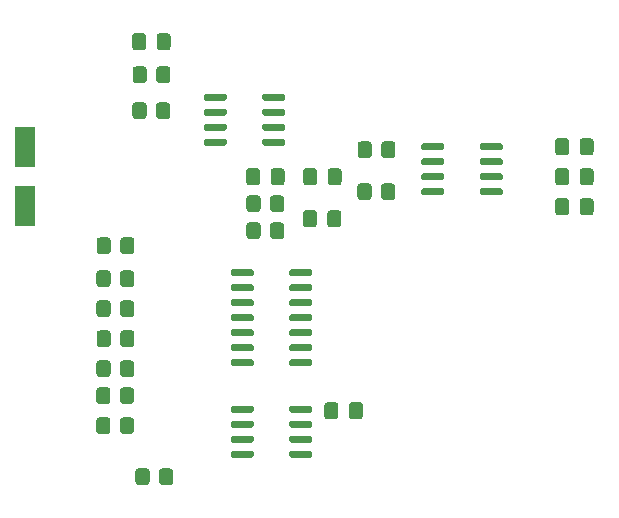
<source format=gbr>
%TF.GenerationSoftware,KiCad,Pcbnew,5.1.9-73d0e3b20d~88~ubuntu20.04.1*%
%TF.CreationDate,2021-04-18T23:12:54+02:00*%
%TF.ProjectId,interrupter,696e7465-7272-4757-9074-65722e6b6963,rev?*%
%TF.SameCoordinates,Original*%
%TF.FileFunction,Paste,Top*%
%TF.FilePolarity,Positive*%
%FSLAX46Y46*%
G04 Gerber Fmt 4.6, Leading zero omitted, Abs format (unit mm)*
G04 Created by KiCad (PCBNEW 5.1.9-73d0e3b20d~88~ubuntu20.04.1) date 2021-04-18 23:12:54*
%MOMM*%
%LPD*%
G01*
G04 APERTURE LIST*
%ADD10R,1.800000X3.500000*%
G04 APERTURE END LIST*
D10*
%TO.C,D1*%
X175768000Y-86400000D03*
X175768000Y-91400000D03*
%TD*%
%TO.C,U5*%
G36*
G01*
X214225000Y-86510000D02*
X214225000Y-86210000D01*
G75*
G02*
X214375000Y-86060000I150000J0D01*
G01*
X216025000Y-86060000D01*
G75*
G02*
X216175000Y-86210000I0J-150000D01*
G01*
X216175000Y-86510000D01*
G75*
G02*
X216025000Y-86660000I-150000J0D01*
G01*
X214375000Y-86660000D01*
G75*
G02*
X214225000Y-86510000I0J150000D01*
G01*
G37*
G36*
G01*
X214225000Y-87780000D02*
X214225000Y-87480000D01*
G75*
G02*
X214375000Y-87330000I150000J0D01*
G01*
X216025000Y-87330000D01*
G75*
G02*
X216175000Y-87480000I0J-150000D01*
G01*
X216175000Y-87780000D01*
G75*
G02*
X216025000Y-87930000I-150000J0D01*
G01*
X214375000Y-87930000D01*
G75*
G02*
X214225000Y-87780000I0J150000D01*
G01*
G37*
G36*
G01*
X214225000Y-89050000D02*
X214225000Y-88750000D01*
G75*
G02*
X214375000Y-88600000I150000J0D01*
G01*
X216025000Y-88600000D01*
G75*
G02*
X216175000Y-88750000I0J-150000D01*
G01*
X216175000Y-89050000D01*
G75*
G02*
X216025000Y-89200000I-150000J0D01*
G01*
X214375000Y-89200000D01*
G75*
G02*
X214225000Y-89050000I0J150000D01*
G01*
G37*
G36*
G01*
X214225000Y-90320000D02*
X214225000Y-90020000D01*
G75*
G02*
X214375000Y-89870000I150000J0D01*
G01*
X216025000Y-89870000D01*
G75*
G02*
X216175000Y-90020000I0J-150000D01*
G01*
X216175000Y-90320000D01*
G75*
G02*
X216025000Y-90470000I-150000J0D01*
G01*
X214375000Y-90470000D01*
G75*
G02*
X214225000Y-90320000I0J150000D01*
G01*
G37*
G36*
G01*
X209275000Y-90320000D02*
X209275000Y-90020000D01*
G75*
G02*
X209425000Y-89870000I150000J0D01*
G01*
X211075000Y-89870000D01*
G75*
G02*
X211225000Y-90020000I0J-150000D01*
G01*
X211225000Y-90320000D01*
G75*
G02*
X211075000Y-90470000I-150000J0D01*
G01*
X209425000Y-90470000D01*
G75*
G02*
X209275000Y-90320000I0J150000D01*
G01*
G37*
G36*
G01*
X209275000Y-89050000D02*
X209275000Y-88750000D01*
G75*
G02*
X209425000Y-88600000I150000J0D01*
G01*
X211075000Y-88600000D01*
G75*
G02*
X211225000Y-88750000I0J-150000D01*
G01*
X211225000Y-89050000D01*
G75*
G02*
X211075000Y-89200000I-150000J0D01*
G01*
X209425000Y-89200000D01*
G75*
G02*
X209275000Y-89050000I0J150000D01*
G01*
G37*
G36*
G01*
X209275000Y-87780000D02*
X209275000Y-87480000D01*
G75*
G02*
X209425000Y-87330000I150000J0D01*
G01*
X211075000Y-87330000D01*
G75*
G02*
X211225000Y-87480000I0J-150000D01*
G01*
X211225000Y-87780000D01*
G75*
G02*
X211075000Y-87930000I-150000J0D01*
G01*
X209425000Y-87930000D01*
G75*
G02*
X209275000Y-87780000I0J150000D01*
G01*
G37*
G36*
G01*
X209275000Y-86510000D02*
X209275000Y-86210000D01*
G75*
G02*
X209425000Y-86060000I150000J0D01*
G01*
X211075000Y-86060000D01*
G75*
G02*
X211225000Y-86210000I0J-150000D01*
G01*
X211225000Y-86510000D01*
G75*
G02*
X211075000Y-86660000I-150000J0D01*
G01*
X209425000Y-86660000D01*
G75*
G02*
X209275000Y-86510000I0J150000D01*
G01*
G37*
%TD*%
%TO.C,U4*%
G36*
G01*
X198096000Y-97178000D02*
X198096000Y-96878000D01*
G75*
G02*
X198246000Y-96728000I150000J0D01*
G01*
X199896000Y-96728000D01*
G75*
G02*
X200046000Y-96878000I0J-150000D01*
G01*
X200046000Y-97178000D01*
G75*
G02*
X199896000Y-97328000I-150000J0D01*
G01*
X198246000Y-97328000D01*
G75*
G02*
X198096000Y-97178000I0J150000D01*
G01*
G37*
G36*
G01*
X198096000Y-98448000D02*
X198096000Y-98148000D01*
G75*
G02*
X198246000Y-97998000I150000J0D01*
G01*
X199896000Y-97998000D01*
G75*
G02*
X200046000Y-98148000I0J-150000D01*
G01*
X200046000Y-98448000D01*
G75*
G02*
X199896000Y-98598000I-150000J0D01*
G01*
X198246000Y-98598000D01*
G75*
G02*
X198096000Y-98448000I0J150000D01*
G01*
G37*
G36*
G01*
X198096000Y-99718000D02*
X198096000Y-99418000D01*
G75*
G02*
X198246000Y-99268000I150000J0D01*
G01*
X199896000Y-99268000D01*
G75*
G02*
X200046000Y-99418000I0J-150000D01*
G01*
X200046000Y-99718000D01*
G75*
G02*
X199896000Y-99868000I-150000J0D01*
G01*
X198246000Y-99868000D01*
G75*
G02*
X198096000Y-99718000I0J150000D01*
G01*
G37*
G36*
G01*
X198096000Y-100988000D02*
X198096000Y-100688000D01*
G75*
G02*
X198246000Y-100538000I150000J0D01*
G01*
X199896000Y-100538000D01*
G75*
G02*
X200046000Y-100688000I0J-150000D01*
G01*
X200046000Y-100988000D01*
G75*
G02*
X199896000Y-101138000I-150000J0D01*
G01*
X198246000Y-101138000D01*
G75*
G02*
X198096000Y-100988000I0J150000D01*
G01*
G37*
G36*
G01*
X198096000Y-102258000D02*
X198096000Y-101958000D01*
G75*
G02*
X198246000Y-101808000I150000J0D01*
G01*
X199896000Y-101808000D01*
G75*
G02*
X200046000Y-101958000I0J-150000D01*
G01*
X200046000Y-102258000D01*
G75*
G02*
X199896000Y-102408000I-150000J0D01*
G01*
X198246000Y-102408000D01*
G75*
G02*
X198096000Y-102258000I0J150000D01*
G01*
G37*
G36*
G01*
X198096000Y-103528000D02*
X198096000Y-103228000D01*
G75*
G02*
X198246000Y-103078000I150000J0D01*
G01*
X199896000Y-103078000D01*
G75*
G02*
X200046000Y-103228000I0J-150000D01*
G01*
X200046000Y-103528000D01*
G75*
G02*
X199896000Y-103678000I-150000J0D01*
G01*
X198246000Y-103678000D01*
G75*
G02*
X198096000Y-103528000I0J150000D01*
G01*
G37*
G36*
G01*
X198096000Y-104798000D02*
X198096000Y-104498000D01*
G75*
G02*
X198246000Y-104348000I150000J0D01*
G01*
X199896000Y-104348000D01*
G75*
G02*
X200046000Y-104498000I0J-150000D01*
G01*
X200046000Y-104798000D01*
G75*
G02*
X199896000Y-104948000I-150000J0D01*
G01*
X198246000Y-104948000D01*
G75*
G02*
X198096000Y-104798000I0J150000D01*
G01*
G37*
G36*
G01*
X193146000Y-104798000D02*
X193146000Y-104498000D01*
G75*
G02*
X193296000Y-104348000I150000J0D01*
G01*
X194946000Y-104348000D01*
G75*
G02*
X195096000Y-104498000I0J-150000D01*
G01*
X195096000Y-104798000D01*
G75*
G02*
X194946000Y-104948000I-150000J0D01*
G01*
X193296000Y-104948000D01*
G75*
G02*
X193146000Y-104798000I0J150000D01*
G01*
G37*
G36*
G01*
X193146000Y-103528000D02*
X193146000Y-103228000D01*
G75*
G02*
X193296000Y-103078000I150000J0D01*
G01*
X194946000Y-103078000D01*
G75*
G02*
X195096000Y-103228000I0J-150000D01*
G01*
X195096000Y-103528000D01*
G75*
G02*
X194946000Y-103678000I-150000J0D01*
G01*
X193296000Y-103678000D01*
G75*
G02*
X193146000Y-103528000I0J150000D01*
G01*
G37*
G36*
G01*
X193146000Y-102258000D02*
X193146000Y-101958000D01*
G75*
G02*
X193296000Y-101808000I150000J0D01*
G01*
X194946000Y-101808000D01*
G75*
G02*
X195096000Y-101958000I0J-150000D01*
G01*
X195096000Y-102258000D01*
G75*
G02*
X194946000Y-102408000I-150000J0D01*
G01*
X193296000Y-102408000D01*
G75*
G02*
X193146000Y-102258000I0J150000D01*
G01*
G37*
G36*
G01*
X193146000Y-100988000D02*
X193146000Y-100688000D01*
G75*
G02*
X193296000Y-100538000I150000J0D01*
G01*
X194946000Y-100538000D01*
G75*
G02*
X195096000Y-100688000I0J-150000D01*
G01*
X195096000Y-100988000D01*
G75*
G02*
X194946000Y-101138000I-150000J0D01*
G01*
X193296000Y-101138000D01*
G75*
G02*
X193146000Y-100988000I0J150000D01*
G01*
G37*
G36*
G01*
X193146000Y-99718000D02*
X193146000Y-99418000D01*
G75*
G02*
X193296000Y-99268000I150000J0D01*
G01*
X194946000Y-99268000D01*
G75*
G02*
X195096000Y-99418000I0J-150000D01*
G01*
X195096000Y-99718000D01*
G75*
G02*
X194946000Y-99868000I-150000J0D01*
G01*
X193296000Y-99868000D01*
G75*
G02*
X193146000Y-99718000I0J150000D01*
G01*
G37*
G36*
G01*
X193146000Y-98448000D02*
X193146000Y-98148000D01*
G75*
G02*
X193296000Y-97998000I150000J0D01*
G01*
X194946000Y-97998000D01*
G75*
G02*
X195096000Y-98148000I0J-150000D01*
G01*
X195096000Y-98448000D01*
G75*
G02*
X194946000Y-98598000I-150000J0D01*
G01*
X193296000Y-98598000D01*
G75*
G02*
X193146000Y-98448000I0J150000D01*
G01*
G37*
G36*
G01*
X193146000Y-97178000D02*
X193146000Y-96878000D01*
G75*
G02*
X193296000Y-96728000I150000J0D01*
G01*
X194946000Y-96728000D01*
G75*
G02*
X195096000Y-96878000I0J-150000D01*
G01*
X195096000Y-97178000D01*
G75*
G02*
X194946000Y-97328000I-150000J0D01*
G01*
X193296000Y-97328000D01*
G75*
G02*
X193146000Y-97178000I0J150000D01*
G01*
G37*
%TD*%
%TO.C,U3*%
G36*
G01*
X195810000Y-82319000D02*
X195810000Y-82019000D01*
G75*
G02*
X195960000Y-81869000I150000J0D01*
G01*
X197610000Y-81869000D01*
G75*
G02*
X197760000Y-82019000I0J-150000D01*
G01*
X197760000Y-82319000D01*
G75*
G02*
X197610000Y-82469000I-150000J0D01*
G01*
X195960000Y-82469000D01*
G75*
G02*
X195810000Y-82319000I0J150000D01*
G01*
G37*
G36*
G01*
X195810000Y-83589000D02*
X195810000Y-83289000D01*
G75*
G02*
X195960000Y-83139000I150000J0D01*
G01*
X197610000Y-83139000D01*
G75*
G02*
X197760000Y-83289000I0J-150000D01*
G01*
X197760000Y-83589000D01*
G75*
G02*
X197610000Y-83739000I-150000J0D01*
G01*
X195960000Y-83739000D01*
G75*
G02*
X195810000Y-83589000I0J150000D01*
G01*
G37*
G36*
G01*
X195810000Y-84859000D02*
X195810000Y-84559000D01*
G75*
G02*
X195960000Y-84409000I150000J0D01*
G01*
X197610000Y-84409000D01*
G75*
G02*
X197760000Y-84559000I0J-150000D01*
G01*
X197760000Y-84859000D01*
G75*
G02*
X197610000Y-85009000I-150000J0D01*
G01*
X195960000Y-85009000D01*
G75*
G02*
X195810000Y-84859000I0J150000D01*
G01*
G37*
G36*
G01*
X195810000Y-86129000D02*
X195810000Y-85829000D01*
G75*
G02*
X195960000Y-85679000I150000J0D01*
G01*
X197610000Y-85679000D01*
G75*
G02*
X197760000Y-85829000I0J-150000D01*
G01*
X197760000Y-86129000D01*
G75*
G02*
X197610000Y-86279000I-150000J0D01*
G01*
X195960000Y-86279000D01*
G75*
G02*
X195810000Y-86129000I0J150000D01*
G01*
G37*
G36*
G01*
X190860000Y-86129000D02*
X190860000Y-85829000D01*
G75*
G02*
X191010000Y-85679000I150000J0D01*
G01*
X192660000Y-85679000D01*
G75*
G02*
X192810000Y-85829000I0J-150000D01*
G01*
X192810000Y-86129000D01*
G75*
G02*
X192660000Y-86279000I-150000J0D01*
G01*
X191010000Y-86279000D01*
G75*
G02*
X190860000Y-86129000I0J150000D01*
G01*
G37*
G36*
G01*
X190860000Y-84859000D02*
X190860000Y-84559000D01*
G75*
G02*
X191010000Y-84409000I150000J0D01*
G01*
X192660000Y-84409000D01*
G75*
G02*
X192810000Y-84559000I0J-150000D01*
G01*
X192810000Y-84859000D01*
G75*
G02*
X192660000Y-85009000I-150000J0D01*
G01*
X191010000Y-85009000D01*
G75*
G02*
X190860000Y-84859000I0J150000D01*
G01*
G37*
G36*
G01*
X190860000Y-83589000D02*
X190860000Y-83289000D01*
G75*
G02*
X191010000Y-83139000I150000J0D01*
G01*
X192660000Y-83139000D01*
G75*
G02*
X192810000Y-83289000I0J-150000D01*
G01*
X192810000Y-83589000D01*
G75*
G02*
X192660000Y-83739000I-150000J0D01*
G01*
X191010000Y-83739000D01*
G75*
G02*
X190860000Y-83589000I0J150000D01*
G01*
G37*
G36*
G01*
X190860000Y-82319000D02*
X190860000Y-82019000D01*
G75*
G02*
X191010000Y-81869000I150000J0D01*
G01*
X192660000Y-81869000D01*
G75*
G02*
X192810000Y-82019000I0J-150000D01*
G01*
X192810000Y-82319000D01*
G75*
G02*
X192660000Y-82469000I-150000J0D01*
G01*
X191010000Y-82469000D01*
G75*
G02*
X190860000Y-82319000I0J150000D01*
G01*
G37*
%TD*%
%TO.C,U2*%
G36*
G01*
X198096000Y-108735000D02*
X198096000Y-108435000D01*
G75*
G02*
X198246000Y-108285000I150000J0D01*
G01*
X199896000Y-108285000D01*
G75*
G02*
X200046000Y-108435000I0J-150000D01*
G01*
X200046000Y-108735000D01*
G75*
G02*
X199896000Y-108885000I-150000J0D01*
G01*
X198246000Y-108885000D01*
G75*
G02*
X198096000Y-108735000I0J150000D01*
G01*
G37*
G36*
G01*
X198096000Y-110005000D02*
X198096000Y-109705000D01*
G75*
G02*
X198246000Y-109555000I150000J0D01*
G01*
X199896000Y-109555000D01*
G75*
G02*
X200046000Y-109705000I0J-150000D01*
G01*
X200046000Y-110005000D01*
G75*
G02*
X199896000Y-110155000I-150000J0D01*
G01*
X198246000Y-110155000D01*
G75*
G02*
X198096000Y-110005000I0J150000D01*
G01*
G37*
G36*
G01*
X198096000Y-111275000D02*
X198096000Y-110975000D01*
G75*
G02*
X198246000Y-110825000I150000J0D01*
G01*
X199896000Y-110825000D01*
G75*
G02*
X200046000Y-110975000I0J-150000D01*
G01*
X200046000Y-111275000D01*
G75*
G02*
X199896000Y-111425000I-150000J0D01*
G01*
X198246000Y-111425000D01*
G75*
G02*
X198096000Y-111275000I0J150000D01*
G01*
G37*
G36*
G01*
X198096000Y-112545000D02*
X198096000Y-112245000D01*
G75*
G02*
X198246000Y-112095000I150000J0D01*
G01*
X199896000Y-112095000D01*
G75*
G02*
X200046000Y-112245000I0J-150000D01*
G01*
X200046000Y-112545000D01*
G75*
G02*
X199896000Y-112695000I-150000J0D01*
G01*
X198246000Y-112695000D01*
G75*
G02*
X198096000Y-112545000I0J150000D01*
G01*
G37*
G36*
G01*
X193146000Y-112545000D02*
X193146000Y-112245000D01*
G75*
G02*
X193296000Y-112095000I150000J0D01*
G01*
X194946000Y-112095000D01*
G75*
G02*
X195096000Y-112245000I0J-150000D01*
G01*
X195096000Y-112545000D01*
G75*
G02*
X194946000Y-112695000I-150000J0D01*
G01*
X193296000Y-112695000D01*
G75*
G02*
X193146000Y-112545000I0J150000D01*
G01*
G37*
G36*
G01*
X193146000Y-111275000D02*
X193146000Y-110975000D01*
G75*
G02*
X193296000Y-110825000I150000J0D01*
G01*
X194946000Y-110825000D01*
G75*
G02*
X195096000Y-110975000I0J-150000D01*
G01*
X195096000Y-111275000D01*
G75*
G02*
X194946000Y-111425000I-150000J0D01*
G01*
X193296000Y-111425000D01*
G75*
G02*
X193146000Y-111275000I0J150000D01*
G01*
G37*
G36*
G01*
X193146000Y-110005000D02*
X193146000Y-109705000D01*
G75*
G02*
X193296000Y-109555000I150000J0D01*
G01*
X194946000Y-109555000D01*
G75*
G02*
X195096000Y-109705000I0J-150000D01*
G01*
X195096000Y-110005000D01*
G75*
G02*
X194946000Y-110155000I-150000J0D01*
G01*
X193296000Y-110155000D01*
G75*
G02*
X193146000Y-110005000I0J150000D01*
G01*
G37*
G36*
G01*
X193146000Y-108735000D02*
X193146000Y-108435000D01*
G75*
G02*
X193296000Y-108285000I150000J0D01*
G01*
X194946000Y-108285000D01*
G75*
G02*
X195096000Y-108435000I0J-150000D01*
G01*
X195096000Y-108735000D01*
G75*
G02*
X194946000Y-108885000I-150000J0D01*
G01*
X193296000Y-108885000D01*
G75*
G02*
X193146000Y-108735000I0J150000D01*
G01*
G37*
%TD*%
%TO.C,R15*%
G36*
G01*
X196488000Y-91636001D02*
X196488000Y-90735999D01*
G75*
G02*
X196737999Y-90486000I249999J0D01*
G01*
X197438001Y-90486000D01*
G75*
G02*
X197688000Y-90735999I0J-249999D01*
G01*
X197688000Y-91636001D01*
G75*
G02*
X197438001Y-91886000I-249999J0D01*
G01*
X196737999Y-91886000D01*
G75*
G02*
X196488000Y-91636001I0J249999D01*
G01*
G37*
G36*
G01*
X194488000Y-91636001D02*
X194488000Y-90735999D01*
G75*
G02*
X194737999Y-90486000I249999J0D01*
G01*
X195438001Y-90486000D01*
G75*
G02*
X195688000Y-90735999I0J-249999D01*
G01*
X195688000Y-91636001D01*
G75*
G02*
X195438001Y-91886000I-249999J0D01*
G01*
X194737999Y-91886000D01*
G75*
G02*
X194488000Y-91636001I0J249999D01*
G01*
G37*
%TD*%
%TO.C,R13*%
G36*
G01*
X183804000Y-95192001D02*
X183804000Y-94291999D01*
G75*
G02*
X184053999Y-94042000I249999J0D01*
G01*
X184754001Y-94042000D01*
G75*
G02*
X185004000Y-94291999I0J-249999D01*
G01*
X185004000Y-95192001D01*
G75*
G02*
X184754001Y-95442000I-249999J0D01*
G01*
X184053999Y-95442000D01*
G75*
G02*
X183804000Y-95192001I0J249999D01*
G01*
G37*
G36*
G01*
X181804000Y-95192001D02*
X181804000Y-94291999D01*
G75*
G02*
X182053999Y-94042000I249999J0D01*
G01*
X182754001Y-94042000D01*
G75*
G02*
X183004000Y-94291999I0J-249999D01*
G01*
X183004000Y-95192001D01*
G75*
G02*
X182754001Y-95442000I-249999J0D01*
G01*
X182053999Y-95442000D01*
G75*
G02*
X181804000Y-95192001I0J249999D01*
G01*
G37*
%TD*%
%TO.C,R12*%
G36*
G01*
X205086000Y-89719999D02*
X205086000Y-90620001D01*
G75*
G02*
X204836001Y-90870000I-249999J0D01*
G01*
X204135999Y-90870000D01*
G75*
G02*
X203886000Y-90620001I0J249999D01*
G01*
X203886000Y-89719999D01*
G75*
G02*
X204135999Y-89470000I249999J0D01*
G01*
X204836001Y-89470000D01*
G75*
G02*
X205086000Y-89719999I0J-249999D01*
G01*
G37*
G36*
G01*
X207086000Y-89719999D02*
X207086000Y-90620001D01*
G75*
G02*
X206836001Y-90870000I-249999J0D01*
G01*
X206135999Y-90870000D01*
G75*
G02*
X205886000Y-90620001I0J249999D01*
G01*
X205886000Y-89719999D01*
G75*
G02*
X206135999Y-89470000I249999J0D01*
G01*
X206836001Y-89470000D01*
G75*
G02*
X207086000Y-89719999I0J-249999D01*
G01*
G37*
%TD*%
%TO.C,R11*%
G36*
G01*
X195688000Y-93021999D02*
X195688000Y-93922001D01*
G75*
G02*
X195438001Y-94172000I-249999J0D01*
G01*
X194737999Y-94172000D01*
G75*
G02*
X194488000Y-93922001I0J249999D01*
G01*
X194488000Y-93021999D01*
G75*
G02*
X194737999Y-92772000I249999J0D01*
G01*
X195438001Y-92772000D01*
G75*
G02*
X195688000Y-93021999I0J-249999D01*
G01*
G37*
G36*
G01*
X197688000Y-93021999D02*
X197688000Y-93922001D01*
G75*
G02*
X197438001Y-94172000I-249999J0D01*
G01*
X196737999Y-94172000D01*
G75*
G02*
X196488000Y-93922001I0J249999D01*
G01*
X196488000Y-93021999D01*
G75*
G02*
X196737999Y-92772000I249999J0D01*
G01*
X197438001Y-92772000D01*
G75*
G02*
X197688000Y-93021999I0J-249999D01*
G01*
G37*
%TD*%
%TO.C,R10*%
G36*
G01*
X205102000Y-86163999D02*
X205102000Y-87064001D01*
G75*
G02*
X204852001Y-87314000I-249999J0D01*
G01*
X204151999Y-87314000D01*
G75*
G02*
X203902000Y-87064001I0J249999D01*
G01*
X203902000Y-86163999D01*
G75*
G02*
X204151999Y-85914000I249999J0D01*
G01*
X204852001Y-85914000D01*
G75*
G02*
X205102000Y-86163999I0J-249999D01*
G01*
G37*
G36*
G01*
X207102000Y-86163999D02*
X207102000Y-87064001D01*
G75*
G02*
X206852001Y-87314000I-249999J0D01*
G01*
X206151999Y-87314000D01*
G75*
G02*
X205902000Y-87064001I0J249999D01*
G01*
X205902000Y-86163999D01*
G75*
G02*
X206151999Y-85914000I249999J0D01*
G01*
X206852001Y-85914000D01*
G75*
G02*
X207102000Y-86163999I0J-249999D01*
G01*
G37*
%TD*%
%TO.C,R9*%
G36*
G01*
X183804000Y-103066001D02*
X183804000Y-102165999D01*
G75*
G02*
X184053999Y-101916000I249999J0D01*
G01*
X184754001Y-101916000D01*
G75*
G02*
X185004000Y-102165999I0J-249999D01*
G01*
X185004000Y-103066001D01*
G75*
G02*
X184754001Y-103316000I-249999J0D01*
G01*
X184053999Y-103316000D01*
G75*
G02*
X183804000Y-103066001I0J249999D01*
G01*
G37*
G36*
G01*
X181804000Y-103066001D02*
X181804000Y-102165999D01*
G75*
G02*
X182053999Y-101916000I249999J0D01*
G01*
X182754001Y-101916000D01*
G75*
G02*
X183004000Y-102165999I0J-249999D01*
G01*
X183004000Y-103066001D01*
G75*
G02*
X182754001Y-103316000I-249999J0D01*
G01*
X182053999Y-103316000D01*
G75*
G02*
X181804000Y-103066001I0J249999D01*
G01*
G37*
%TD*%
%TO.C,R8*%
G36*
G01*
X182972000Y-109531999D02*
X182972000Y-110432001D01*
G75*
G02*
X182722001Y-110682000I-249999J0D01*
G01*
X182021999Y-110682000D01*
G75*
G02*
X181772000Y-110432001I0J249999D01*
G01*
X181772000Y-109531999D01*
G75*
G02*
X182021999Y-109282000I249999J0D01*
G01*
X182722001Y-109282000D01*
G75*
G02*
X182972000Y-109531999I0J-249999D01*
G01*
G37*
G36*
G01*
X184972000Y-109531999D02*
X184972000Y-110432001D01*
G75*
G02*
X184722001Y-110682000I-249999J0D01*
G01*
X184021999Y-110682000D01*
G75*
G02*
X183772000Y-110432001I0J249999D01*
G01*
X183772000Y-109531999D01*
G75*
G02*
X184021999Y-109282000I249999J0D01*
G01*
X184722001Y-109282000D01*
G75*
G02*
X184972000Y-109531999I0J-249999D01*
G01*
G37*
%TD*%
%TO.C,R7*%
G36*
G01*
X183788000Y-100526001D02*
X183788000Y-99625999D01*
G75*
G02*
X184037999Y-99376000I249999J0D01*
G01*
X184738001Y-99376000D01*
G75*
G02*
X184988000Y-99625999I0J-249999D01*
G01*
X184988000Y-100526001D01*
G75*
G02*
X184738001Y-100776000I-249999J0D01*
G01*
X184037999Y-100776000D01*
G75*
G02*
X183788000Y-100526001I0J249999D01*
G01*
G37*
G36*
G01*
X181788000Y-100526001D02*
X181788000Y-99625999D01*
G75*
G02*
X182037999Y-99376000I249999J0D01*
G01*
X182738001Y-99376000D01*
G75*
G02*
X182988000Y-99625999I0J-249999D01*
G01*
X182988000Y-100526001D01*
G75*
G02*
X182738001Y-100776000I-249999J0D01*
G01*
X182037999Y-100776000D01*
G75*
G02*
X181788000Y-100526001I0J249999D01*
G01*
G37*
%TD*%
%TO.C,R6*%
G36*
G01*
X182972000Y-106991999D02*
X182972000Y-107892001D01*
G75*
G02*
X182722001Y-108142000I-249999J0D01*
G01*
X182021999Y-108142000D01*
G75*
G02*
X181772000Y-107892001I0J249999D01*
G01*
X181772000Y-106991999D01*
G75*
G02*
X182021999Y-106742000I249999J0D01*
G01*
X182722001Y-106742000D01*
G75*
G02*
X182972000Y-106991999I0J-249999D01*
G01*
G37*
G36*
G01*
X184972000Y-106991999D02*
X184972000Y-107892001D01*
G75*
G02*
X184722001Y-108142000I-249999J0D01*
G01*
X184021999Y-108142000D01*
G75*
G02*
X183772000Y-107892001I0J249999D01*
G01*
X183772000Y-106991999D01*
G75*
G02*
X184021999Y-106742000I249999J0D01*
G01*
X184722001Y-106742000D01*
G75*
G02*
X184972000Y-106991999I0J-249999D01*
G01*
G37*
%TD*%
%TO.C,R5*%
G36*
G01*
X183788000Y-97986001D02*
X183788000Y-97085999D01*
G75*
G02*
X184037999Y-96836000I249999J0D01*
G01*
X184738001Y-96836000D01*
G75*
G02*
X184988000Y-97085999I0J-249999D01*
G01*
X184988000Y-97986001D01*
G75*
G02*
X184738001Y-98236000I-249999J0D01*
G01*
X184037999Y-98236000D01*
G75*
G02*
X183788000Y-97986001I0J249999D01*
G01*
G37*
G36*
G01*
X181788000Y-97986001D02*
X181788000Y-97085999D01*
G75*
G02*
X182037999Y-96836000I249999J0D01*
G01*
X182738001Y-96836000D01*
G75*
G02*
X182988000Y-97085999I0J-249999D01*
G01*
X182988000Y-97986001D01*
G75*
G02*
X182738001Y-98236000I-249999J0D01*
G01*
X182037999Y-98236000D01*
G75*
G02*
X181788000Y-97986001I0J249999D01*
G01*
G37*
%TD*%
%TO.C,R4*%
G36*
G01*
X182988000Y-104705999D02*
X182988000Y-105606001D01*
G75*
G02*
X182738001Y-105856000I-249999J0D01*
G01*
X182037999Y-105856000D01*
G75*
G02*
X181788000Y-105606001I0J249999D01*
G01*
X181788000Y-104705999D01*
G75*
G02*
X182037999Y-104456000I249999J0D01*
G01*
X182738001Y-104456000D01*
G75*
G02*
X182988000Y-104705999I0J-249999D01*
G01*
G37*
G36*
G01*
X184988000Y-104705999D02*
X184988000Y-105606001D01*
G75*
G02*
X184738001Y-105856000I-249999J0D01*
G01*
X184037999Y-105856000D01*
G75*
G02*
X183788000Y-105606001I0J249999D01*
G01*
X183788000Y-104705999D01*
G75*
G02*
X184037999Y-104456000I249999J0D01*
G01*
X184738001Y-104456000D01*
G75*
G02*
X184988000Y-104705999I0J-249999D01*
G01*
G37*
%TD*%
%TO.C,R3*%
G36*
G01*
X186836000Y-83762001D02*
X186836000Y-82861999D01*
G75*
G02*
X187085999Y-82612000I249999J0D01*
G01*
X187786001Y-82612000D01*
G75*
G02*
X188036000Y-82861999I0J-249999D01*
G01*
X188036000Y-83762001D01*
G75*
G02*
X187786001Y-84012000I-249999J0D01*
G01*
X187085999Y-84012000D01*
G75*
G02*
X186836000Y-83762001I0J249999D01*
G01*
G37*
G36*
G01*
X184836000Y-83762001D02*
X184836000Y-82861999D01*
G75*
G02*
X185085999Y-82612000I249999J0D01*
G01*
X185786001Y-82612000D01*
G75*
G02*
X186036000Y-82861999I0J-249999D01*
G01*
X186036000Y-83762001D01*
G75*
G02*
X185786001Y-84012000I-249999J0D01*
G01*
X185085999Y-84012000D01*
G75*
G02*
X184836000Y-83762001I0J249999D01*
G01*
G37*
%TD*%
%TO.C,R2*%
G36*
G01*
X186852000Y-80714001D02*
X186852000Y-79813999D01*
G75*
G02*
X187101999Y-79564000I249999J0D01*
G01*
X187802001Y-79564000D01*
G75*
G02*
X188052000Y-79813999I0J-249999D01*
G01*
X188052000Y-80714001D01*
G75*
G02*
X187802001Y-80964000I-249999J0D01*
G01*
X187101999Y-80964000D01*
G75*
G02*
X186852000Y-80714001I0J249999D01*
G01*
G37*
G36*
G01*
X184852000Y-80714001D02*
X184852000Y-79813999D01*
G75*
G02*
X185101999Y-79564000I249999J0D01*
G01*
X185802001Y-79564000D01*
G75*
G02*
X186052000Y-79813999I0J-249999D01*
G01*
X186052000Y-80714001D01*
G75*
G02*
X185802001Y-80964000I-249999J0D01*
G01*
X185101999Y-80964000D01*
G75*
G02*
X184852000Y-80714001I0J249999D01*
G01*
G37*
%TD*%
%TO.C,R1*%
G36*
G01*
X186290000Y-113849999D02*
X186290000Y-114750001D01*
G75*
G02*
X186040001Y-115000000I-249999J0D01*
G01*
X185339999Y-115000000D01*
G75*
G02*
X185090000Y-114750001I0J249999D01*
G01*
X185090000Y-113849999D01*
G75*
G02*
X185339999Y-113600000I249999J0D01*
G01*
X186040001Y-113600000D01*
G75*
G02*
X186290000Y-113849999I0J-249999D01*
G01*
G37*
G36*
G01*
X188290000Y-113849999D02*
X188290000Y-114750001D01*
G75*
G02*
X188040001Y-115000000I-249999J0D01*
G01*
X187339999Y-115000000D01*
G75*
G02*
X187090000Y-114750001I0J249999D01*
G01*
X187090000Y-113849999D01*
G75*
G02*
X187339999Y-113600000I249999J0D01*
G01*
X188040001Y-113600000D01*
G75*
G02*
X188290000Y-113849999I0J-249999D01*
G01*
G37*
%TD*%
%TO.C,C11*%
G36*
G01*
X221800000Y-88425000D02*
X221800000Y-89375000D01*
G75*
G02*
X221550000Y-89625000I-250000J0D01*
G01*
X220875000Y-89625000D01*
G75*
G02*
X220625000Y-89375000I0J250000D01*
G01*
X220625000Y-88425000D01*
G75*
G02*
X220875000Y-88175000I250000J0D01*
G01*
X221550000Y-88175000D01*
G75*
G02*
X221800000Y-88425000I0J-250000D01*
G01*
G37*
G36*
G01*
X223875000Y-88425000D02*
X223875000Y-89375000D01*
G75*
G02*
X223625000Y-89625000I-250000J0D01*
G01*
X222950000Y-89625000D01*
G75*
G02*
X222700000Y-89375000I0J250000D01*
G01*
X222700000Y-88425000D01*
G75*
G02*
X222950000Y-88175000I250000J0D01*
G01*
X223625000Y-88175000D01*
G75*
G02*
X223875000Y-88425000I0J-250000D01*
G01*
G37*
%TD*%
%TO.C,C10*%
G36*
G01*
X222700000Y-91915000D02*
X222700000Y-90965000D01*
G75*
G02*
X222950000Y-90715000I250000J0D01*
G01*
X223625000Y-90715000D01*
G75*
G02*
X223875000Y-90965000I0J-250000D01*
G01*
X223875000Y-91915000D01*
G75*
G02*
X223625000Y-92165000I-250000J0D01*
G01*
X222950000Y-92165000D01*
G75*
G02*
X222700000Y-91915000I0J250000D01*
G01*
G37*
G36*
G01*
X220625000Y-91915000D02*
X220625000Y-90965000D01*
G75*
G02*
X220875000Y-90715000I250000J0D01*
G01*
X221550000Y-90715000D01*
G75*
G02*
X221800000Y-90965000I0J-250000D01*
G01*
X221800000Y-91915000D01*
G75*
G02*
X221550000Y-92165000I-250000J0D01*
G01*
X220875000Y-92165000D01*
G75*
G02*
X220625000Y-91915000I0J250000D01*
G01*
G37*
%TD*%
%TO.C,C8*%
G36*
G01*
X203163500Y-109187000D02*
X203163500Y-108237000D01*
G75*
G02*
X203413500Y-107987000I250000J0D01*
G01*
X204088500Y-107987000D01*
G75*
G02*
X204338500Y-108237000I0J-250000D01*
G01*
X204338500Y-109187000D01*
G75*
G02*
X204088500Y-109437000I-250000J0D01*
G01*
X203413500Y-109437000D01*
G75*
G02*
X203163500Y-109187000I0J250000D01*
G01*
G37*
G36*
G01*
X201088500Y-109187000D02*
X201088500Y-108237000D01*
G75*
G02*
X201338500Y-107987000I250000J0D01*
G01*
X202013500Y-107987000D01*
G75*
G02*
X202263500Y-108237000I0J-250000D01*
G01*
X202263500Y-109187000D01*
G75*
G02*
X202013500Y-109437000I-250000J0D01*
G01*
X201338500Y-109437000D01*
G75*
G02*
X201088500Y-109187000I0J250000D01*
G01*
G37*
%TD*%
%TO.C,C7*%
G36*
G01*
X201342500Y-92931000D02*
X201342500Y-91981000D01*
G75*
G02*
X201592500Y-91731000I250000J0D01*
G01*
X202267500Y-91731000D01*
G75*
G02*
X202517500Y-91981000I0J-250000D01*
G01*
X202517500Y-92931000D01*
G75*
G02*
X202267500Y-93181000I-250000J0D01*
G01*
X201592500Y-93181000D01*
G75*
G02*
X201342500Y-92931000I0J250000D01*
G01*
G37*
G36*
G01*
X199267500Y-92931000D02*
X199267500Y-91981000D01*
G75*
G02*
X199517500Y-91731000I250000J0D01*
G01*
X200192500Y-91731000D01*
G75*
G02*
X200442500Y-91981000I0J-250000D01*
G01*
X200442500Y-92931000D01*
G75*
G02*
X200192500Y-93181000I-250000J0D01*
G01*
X199517500Y-93181000D01*
G75*
G02*
X199267500Y-92931000I0J250000D01*
G01*
G37*
%TD*%
%TO.C,C5*%
G36*
G01*
X201364000Y-89375000D02*
X201364000Y-88425000D01*
G75*
G02*
X201614000Y-88175000I250000J0D01*
G01*
X202289000Y-88175000D01*
G75*
G02*
X202539000Y-88425000I0J-250000D01*
G01*
X202539000Y-89375000D01*
G75*
G02*
X202289000Y-89625000I-250000J0D01*
G01*
X201614000Y-89625000D01*
G75*
G02*
X201364000Y-89375000I0J250000D01*
G01*
G37*
G36*
G01*
X199289000Y-89375000D02*
X199289000Y-88425000D01*
G75*
G02*
X199539000Y-88175000I250000J0D01*
G01*
X200214000Y-88175000D01*
G75*
G02*
X200464000Y-88425000I0J-250000D01*
G01*
X200464000Y-89375000D01*
G75*
G02*
X200214000Y-89625000I-250000J0D01*
G01*
X199539000Y-89625000D01*
G75*
G02*
X199289000Y-89375000I0J250000D01*
G01*
G37*
%TD*%
%TO.C,C3*%
G36*
G01*
X196538000Y-89375000D02*
X196538000Y-88425000D01*
G75*
G02*
X196788000Y-88175000I250000J0D01*
G01*
X197463000Y-88175000D01*
G75*
G02*
X197713000Y-88425000I0J-250000D01*
G01*
X197713000Y-89375000D01*
G75*
G02*
X197463000Y-89625000I-250000J0D01*
G01*
X196788000Y-89625000D01*
G75*
G02*
X196538000Y-89375000I0J250000D01*
G01*
G37*
G36*
G01*
X194463000Y-89375000D02*
X194463000Y-88425000D01*
G75*
G02*
X194713000Y-88175000I250000J0D01*
G01*
X195388000Y-88175000D01*
G75*
G02*
X195638000Y-88425000I0J-250000D01*
G01*
X195638000Y-89375000D01*
G75*
G02*
X195388000Y-89625000I-250000J0D01*
G01*
X194713000Y-89625000D01*
G75*
G02*
X194463000Y-89375000I0J250000D01*
G01*
G37*
%TD*%
%TO.C,C2*%
G36*
G01*
X222700000Y-86835000D02*
X222700000Y-85885000D01*
G75*
G02*
X222950000Y-85635000I250000J0D01*
G01*
X223625000Y-85635000D01*
G75*
G02*
X223875000Y-85885000I0J-250000D01*
G01*
X223875000Y-86835000D01*
G75*
G02*
X223625000Y-87085000I-250000J0D01*
G01*
X222950000Y-87085000D01*
G75*
G02*
X222700000Y-86835000I0J250000D01*
G01*
G37*
G36*
G01*
X220625000Y-86835000D02*
X220625000Y-85885000D01*
G75*
G02*
X220875000Y-85635000I250000J0D01*
G01*
X221550000Y-85635000D01*
G75*
G02*
X221800000Y-85885000I0J-250000D01*
G01*
X221800000Y-86835000D01*
G75*
G02*
X221550000Y-87085000I-250000J0D01*
G01*
X220875000Y-87085000D01*
G75*
G02*
X220625000Y-86835000I0J250000D01*
G01*
G37*
%TD*%
%TO.C,C1*%
G36*
G01*
X186886000Y-77945000D02*
X186886000Y-76995000D01*
G75*
G02*
X187136000Y-76745000I250000J0D01*
G01*
X187811000Y-76745000D01*
G75*
G02*
X188061000Y-76995000I0J-250000D01*
G01*
X188061000Y-77945000D01*
G75*
G02*
X187811000Y-78195000I-250000J0D01*
G01*
X187136000Y-78195000D01*
G75*
G02*
X186886000Y-77945000I0J250000D01*
G01*
G37*
G36*
G01*
X184811000Y-77945000D02*
X184811000Y-76995000D01*
G75*
G02*
X185061000Y-76745000I250000J0D01*
G01*
X185736000Y-76745000D01*
G75*
G02*
X185986000Y-76995000I0J-250000D01*
G01*
X185986000Y-77945000D01*
G75*
G02*
X185736000Y-78195000I-250000J0D01*
G01*
X185061000Y-78195000D01*
G75*
G02*
X184811000Y-77945000I0J250000D01*
G01*
G37*
%TD*%
M02*

</source>
